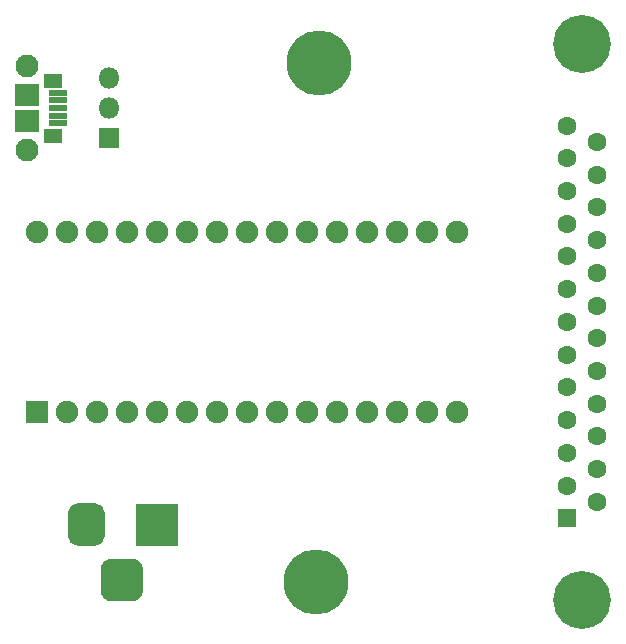
<source format=gbr>
%TF.GenerationSoftware,KiCad,Pcbnew,(5.1.6)-1*%
%TF.CreationDate,2022-10-27T10:48:03-04:00*%
%TF.ProjectId,plipbox-wiretap,706c6970-626f-4782-9d77-697265746170,rev?*%
%TF.SameCoordinates,Original*%
%TF.FileFunction,Soldermask,Top*%
%TF.FilePolarity,Negative*%
%FSLAX46Y46*%
G04 Gerber Fmt 4.6, Leading zero omitted, Abs format (unit mm)*
G04 Created by KiCad (PCBNEW (5.1.6)-1) date 2022-10-27 10:48:03*
%MOMM*%
%LPD*%
G01*
G04 APERTURE LIST*
%ADD10C,5.500000*%
%ADD11C,0.900000*%
%ADD12R,1.600000X1.600000*%
%ADD13C,1.600000*%
%ADD14C,4.900000*%
%ADD15R,1.800000X1.800000*%
%ADD16O,1.800000X1.800000*%
%ADD17R,3.600000X3.600000*%
%ADD18C,1.900000*%
%ADD19R,1.900000X1.900000*%
%ADD20R,1.500000X0.500000*%
%ADD21C,1.950000*%
%ADD22R,2.000000X1.850000*%
%ADD23R,1.550000X1.250000*%
G04 APERTURE END LIST*
D10*
%TO.C,REF\u002A\u002A*%
X176022000Y-101092000D03*
D11*
X178047000Y-101092000D03*
X177453891Y-102523891D03*
X176022000Y-103117000D03*
X174590109Y-102523891D03*
X173997000Y-101092000D03*
X174590109Y-99660109D03*
X176022000Y-99067000D03*
X177453891Y-99660109D03*
%TD*%
%TO.C,REF\u002A\u002A*%
X177707891Y-55718109D03*
X176276000Y-55125000D03*
X174844109Y-55718109D03*
X174251000Y-57150000D03*
X174844109Y-58581891D03*
X176276000Y-59175000D03*
X177707891Y-58581891D03*
X178301000Y-57150000D03*
D10*
X176276000Y-57150000D03*
%TD*%
D12*
%TO.C,J0*%
X197281800Y-95681800D03*
D13*
X197281800Y-92911800D03*
X197281800Y-90141800D03*
X197281800Y-87371800D03*
X197281800Y-84601800D03*
X197281800Y-81831800D03*
X197281800Y-79061800D03*
X197281800Y-76291800D03*
X197281800Y-73521800D03*
X197281800Y-70751800D03*
X197281800Y-67981800D03*
X197281800Y-65211800D03*
X197281800Y-62441800D03*
X199821800Y-94296800D03*
X199821800Y-91526800D03*
X199821800Y-88756800D03*
X199821800Y-85986800D03*
X199821800Y-83216800D03*
X199821800Y-80446800D03*
X199821800Y-77676800D03*
X199821800Y-74906800D03*
X199821800Y-72136800D03*
X199821800Y-69366800D03*
X199821800Y-66596800D03*
X199821800Y-63826800D03*
D14*
X198551800Y-102581800D03*
X198551800Y-55541800D03*
%TD*%
D15*
%TO.C,J1*%
X158496000Y-63500000D03*
D16*
X158496000Y-60960000D03*
X158496000Y-58420000D03*
%TD*%
D17*
%TO.C,J3*%
X162560000Y-96215200D03*
G36*
G01*
X155010000Y-97240200D02*
X155010000Y-95190200D01*
G75*
G02*
X155785000Y-94415200I775000J0D01*
G01*
X157335000Y-94415200D01*
G75*
G02*
X158110000Y-95190200I0J-775000D01*
G01*
X158110000Y-97240200D01*
G75*
G02*
X157335000Y-98015200I-775000J0D01*
G01*
X155785000Y-98015200D01*
G75*
G02*
X155010000Y-97240200I0J775000D01*
G01*
G37*
G36*
G01*
X157760000Y-101815200D02*
X157760000Y-100015200D01*
G75*
G02*
X158660000Y-99115200I900000J0D01*
G01*
X160460000Y-99115200D01*
G75*
G02*
X161360000Y-100015200I0J-900000D01*
G01*
X161360000Y-101815200D01*
G75*
G02*
X160460000Y-102715200I-900000J0D01*
G01*
X158660000Y-102715200D01*
G75*
G02*
X157760000Y-101815200I0J900000D01*
G01*
G37*
%TD*%
D18*
%TO.C,TB1*%
X152374600Y-71424800D03*
X154914600Y-71424800D03*
X157454600Y-71424800D03*
X159994600Y-71424800D03*
X162534600Y-71424800D03*
X165074600Y-71424800D03*
X167614600Y-71424800D03*
X170154600Y-71424800D03*
X172694600Y-71424800D03*
X175234600Y-71424800D03*
X177774600Y-71424800D03*
X180314600Y-71424800D03*
X182854600Y-71424800D03*
X185394600Y-71424800D03*
X187934600Y-71424800D03*
X187934600Y-86664800D03*
X185394600Y-86664800D03*
X182854600Y-86664800D03*
X180314600Y-86664800D03*
X177774600Y-86664800D03*
X175234600Y-86664800D03*
X172694600Y-86664800D03*
X170154600Y-86664800D03*
X167614600Y-86664800D03*
X165074600Y-86664800D03*
X162534600Y-86664800D03*
X159994600Y-86664800D03*
X157454600Y-86664800D03*
X154914600Y-86664800D03*
D19*
X152374600Y-86664800D03*
%TD*%
D20*
%TO.C,J2*%
X154161000Y-59660000D03*
X154161000Y-60310000D03*
X154161000Y-60960000D03*
X154161000Y-61610000D03*
X154161000Y-62260000D03*
D21*
X151511000Y-57385000D03*
X151511000Y-64535000D03*
D22*
X151511000Y-59835000D03*
X151511000Y-62085000D03*
D23*
X153741000Y-58640000D03*
X153741000Y-63280000D03*
%TD*%
M02*

</source>
